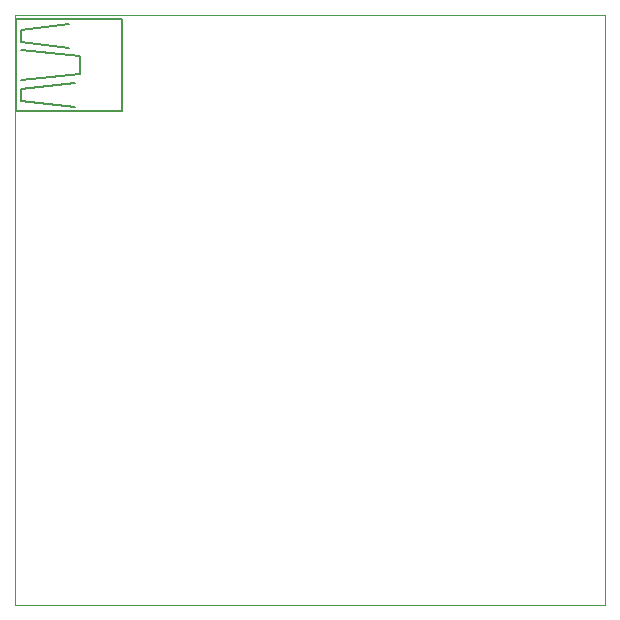
<source format=gbo>
G75*
%MOIN*%
%OFA0B0*%
%FSLAX25Y25*%
%IPPOS*%
%LPD*%
%AMOC8*
5,1,8,0,0,1.08239X$1,22.5*
%
%ADD10C,0.00000*%
%ADD11C,0.00500*%
D10*
X0005060Y0001800D02*
X0005060Y0198650D01*
X0201910Y0198650D01*
X0201910Y0001800D01*
X0005060Y0001800D01*
D11*
X0005296Y0166446D02*
X0040729Y0166446D01*
X0040729Y0197154D01*
X0005296Y0197154D01*
X0005296Y0166446D01*
X0007265Y0169989D02*
X0007265Y0173926D01*
X0024981Y0175894D01*
X0026950Y0178847D02*
X0007265Y0176879D01*
X0007265Y0169989D02*
X0024981Y0168020D01*
X0026950Y0178847D02*
X0026950Y0184753D01*
X0007265Y0186721D01*
X0007265Y0189674D02*
X0023013Y0187706D01*
X0023013Y0195580D02*
X0007265Y0193611D01*
X0007265Y0189674D01*
M02*

</source>
